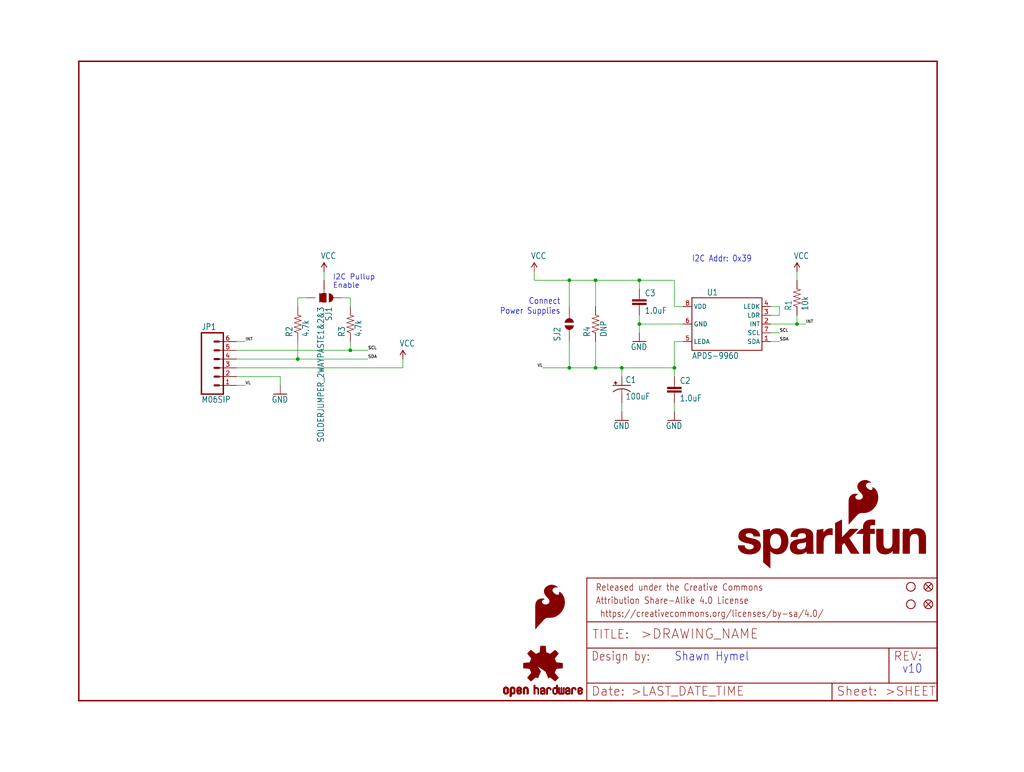
<source format=kicad_sch>
(kicad_sch (version 20211123) (generator eeschema)
  (paper "User" 297.002 223.926)
  (lib_symbols
    (symbol "schematicEagle-eagle-import:1.0UF-16V-10%(0603)"
      (property "Reference" "C" (at 1.524 2.921 0))
      (property "Value" "1.0UF-16V-10%(0603)" (at 1.524 -2.159 0))
      (symbol "1.0UF-16V-10%(0603)_1_0"
        (pin passive line (at 0 5.08 270) (length 2.54) (name "1") (number "1"))
        (pin passive line (at 0 -2.54 90) (length 2.54) (name "2") (number "2"))
      )
    )
    (symbol "schematicEagle-eagle-import:100UF-10V-10%(TANT)"
      (property "Reference" "C" (at 1.016 0.635 0))
      (property "Value" "100UF-10V-10%(TANT)" (at 1.016 -4.191 0))
      (symbol "100UF-10V-10%(TANT)_1_0"
        (pin passive line (at 0 2.54 270) (length 2.54) (name "+") (number "A"))
        (pin passive line (at 0 -5.08 90) (length 2.54) (name "-") (number "C"))
      )
    )
    (symbol "schematicEagle-eagle-import:10KOHM1{slash}10W1%(0603)0603"
      (property "Reference" "R" (at -3.81 1.4986 0))
      (property "Value" "10KOHM1{slash}10W1%(0603)0603" (at -3.81 -3.302 0))
      (symbol "10KOHM1{slash}10W1%(0603)0603_1_0"
        (pin passive line (at -5.08 0 0) (length 2.54) (name "1") (number "1"))
        (pin passive line (at 5.08 0 180) (length 2.54) (name "2") (number "2"))
      )
    )
    (symbol "schematicEagle-eagle-import:4.7KOHM1{slash}10W1%(0603)"
      (property "Reference" "R" (at -3.81 1.4986 0))
      (property "Value" "4.7KOHM1{slash}10W1%(0603)" (at -3.81 -3.302 0))
      (symbol "4.7KOHM1{slash}10W1%(0603)_1_0"
        (pin passive line (at -5.08 0 0) (length 2.54) (name "1") (number "1"))
        (pin passive line (at 5.08 0 180) (length 2.54) (name "2") (number "2"))
      )
    )
    (symbol "schematicEagle-eagle-import:APDS-9960"
      (property "Reference" "U" (at -2.54 10.16 0))
      (property "Value" "APDS-9960" (at -10.16 -10.16 0))
      (symbol "APDS-9960_1_0"
        (pin bidirectional line (at 12.7 -5.08 180) (length 2.54) (name "SDA") (number "1"))
        (pin bidirectional line (at 12.7 0 180) (length 2.54) (name "INT") (number "2"))
        (pin bidirectional line (at 12.7 2.54 180) (length 2.54) (name "LDR") (number "3"))
        (pin bidirectional line (at 12.7 5.08 180) (length 2.54) (name "LEDK") (number "4"))
        (pin bidirectional line (at -12.7 -5.08 0) (length 2.54) (name "LEDA") (number "5"))
        (pin bidirectional line (at -12.7 0 0) (length 2.54) (name "GND") (number "6"))
        (pin bidirectional line (at 12.7 -2.54 180) (length 2.54) (name "SCL") (number "7"))
        (pin bidirectional line (at -12.7 5.08 0) (length 2.54) (name "VDD") (number "8"))
      )
    )
    (symbol "schematicEagle-eagle-import:FIDUCIAL1X2")
    (symbol "schematicEagle-eagle-import:FRAME-LETTER"
      (symbol "FRAME-LETTER_2_0"
        (text " https://creativecommons.org/licenses/by-sa/4.0/" (at 2.54 24.13 0) (effects (font (size 1.9304 1.6408)) (justify left bottom)))
        (text ">DRAWING_NAME" (at 15.494 17.78 0) (effects (font (size 2.7432 2.7432)) (justify left bottom)))
        (text ">LAST_DATE_TIME" (at 12.7 1.27 0) (effects (font (size 2.54 2.54)) (justify left bottom)))
        (text ">SHEET" (at 86.36 1.27 0) (effects (font (size 2.54 2.54)) (justify left bottom)))
        (text "Attribution Share-Alike 4.0 License" (at 2.54 27.94 0) (effects (font (size 1.9304 1.6408)) (justify left bottom)))
        (text "Date:" (at 1.27 1.27 0) (effects (font (size 2.54 2.54)) (justify left bottom)))
        (text "Design by:" (at 1.27 11.43 0) (effects (font (size 2.54 2.159)) (justify left bottom)))
        (text "Released under the Creative Commons" (at 2.54 31.75 0) (effects (font (size 1.9304 1.6408)) (justify left bottom)))
        (text "REV:" (at 88.9 11.43 0) (effects (font (size 2.54 2.54)) (justify left bottom)))
        (text "Sheet:" (at 72.39 1.27 0) (effects (font (size 2.54 2.54)) (justify left bottom)))
        (text "TITLE:" (at 1.524 17.78 0) (effects (font (size 2.54 2.54)) (justify left bottom)))
      )
    )
    (symbol "schematicEagle-eagle-import:GND" (power)
      (property "Value" "GND" (at -2.54 -2.54 0))
      (symbol "GND_1_0"
        (pin power_in line (at 0 2.54 270) (length 2.54) (name "GND") (number "1"))
      )
    )
    (symbol "schematicEagle-eagle-import:M06SIP"
      (property "Reference" "JP" (at -5.08 10.922 0))
      (property "Value" "M06SIP" (at -5.08 -10.16 0))
      (symbol "M06SIP_1_0"
        (pin passive line (at 5.08 -5.08 180) (length 5.08) (name "1") (number "1"))
        (pin passive line (at 5.08 -2.54 180) (length 5.08) (name "2") (number "2"))
        (pin passive line (at 5.08 0 180) (length 5.08) (name "3") (number "3"))
        (pin passive line (at 5.08 2.54 180) (length 5.08) (name "4") (number "4"))
        (pin passive line (at 5.08 5.08 180) (length 5.08) (name "5") (number "5"))
        (pin passive line (at 5.08 7.62 180) (length 5.08) (name "6") (number "6"))
      )
    )
    (symbol "schematicEagle-eagle-import:OSHW-LOGOS")
    (symbol "schematicEagle-eagle-import:RESISTOR0603"
      (property "Reference" "R" (at -3.81 1.4986 0))
      (property "Value" "RESISTOR0603" (at -3.81 -3.302 0))
      (symbol "RESISTOR0603_1_0"
        (pin passive line (at -5.08 0 0) (length 2.54) (name "1") (number "1"))
        (pin passive line (at 5.08 0 180) (length 2.54) (name "2") (number "2"))
      )
    )
    (symbol "schematicEagle-eagle-import:SFE_LOGO_FLAME.1_INCH")
    (symbol "schematicEagle-eagle-import:SFE_LOGO_NAME_FLAME.1_INCH")
    (symbol "schematicEagle-eagle-import:SOLDERJUMPERNC"
      (property "Reference" "SJ" (at -2.54 2.54 0))
      (property "Value" "SOLDERJUMPERNC" (at -2.54 -5.08 0))
      (symbol "SOLDERJUMPERNC_1_0"
        (pin passive line (at -5.08 0 0) (length 2.54) (name "1") (number "1"))
        (pin passive line (at 5.08 0 180) (length 2.54) (name "2") (number "2"))
      )
    )
    (symbol "schematicEagle-eagle-import:SOLDERJUMPER_2WAYPASTE1&2&3"
      (property "Reference" "SJ" (at 2.54 0.381 0))
      (property "Value" "SOLDERJUMPER_2WAYPASTE1&2&3" (at 2.54 -1.905 0))
      (symbol "SOLDERJUMPER_2WAYPASTE1&2&3_1_0"
        (pin passive line (at 0 5.08 270) (length 2.54) (name "1") (number "1"))
        (pin passive line (at -5.08 0 0) (length 2.54) (name "2") (number "2"))
        (pin passive line (at 0 -5.08 90) (length 2.54) (name "3") (number "3"))
      )
    )
    (symbol "schematicEagle-eagle-import:STAND-OFF")
    (symbol "schematicEagle-eagle-import:VCC" (power)
      (property "Value" "VCC" (at -1.016 3.556 0))
      (symbol "VCC_1_0"
        (pin power_in line (at 0 0 90) (length 2.54) (name "VCC") (number "1"))
      )
    )
  )
  (junction (at 101.6 101.6))
  (junction (at 195.58 106.68))
  (junction (at 86.36 104.14))
  (junction (at 172.72 106.68))
  (junction (at 180.34 106.68))
  (junction (at 231.14 93.98))
  (junction (at 185.42 81.28))
  (junction (at 165.1 81.28))
  (junction (at 172.72 81.28))
  (junction (at 185.42 93.98))
  (junction (at 165.1 106.68))
  (wire (pts (xy 68.58 111.76) (xy 71.12 111.76)))
  (wire (pts (xy 180.34 106.68) (xy 172.72 106.68)))
  (wire (pts (xy 172.72 106.68) (xy 165.1 106.68)))
  (wire (pts (xy 99.06 86.36) (xy 101.6 86.36)))
  (wire (pts (xy 93.98 78.74) (xy 93.98 81.28)))
  (wire (pts (xy 195.58 119.38) (xy 195.58 116.84)))
  (wire (pts (xy 172.72 81.28) (xy 165.1 81.28)))
  (wire (pts (xy 185.42 91.44) (xy 185.42 93.98)))
  (wire (pts (xy 185.42 83.82) (xy 185.42 81.28)))
  (wire (pts (xy 195.58 106.68) (xy 195.58 109.22)))
  (wire (pts (xy 116.84 106.68) (xy 116.84 104.14)))
  (wire (pts (xy 198.12 99.06) (xy 195.58 99.06)))
  (wire (pts (xy 226.06 88.9) (xy 226.06 91.44)))
  (wire (pts (xy 68.58 104.14) (xy 86.36 104.14)))
  (wire (pts (xy 231.14 93.98) (xy 233.68 93.98)))
  (wire (pts (xy 68.58 109.22) (xy 81.28 109.22)))
  (wire (pts (xy 195.58 99.06) (xy 195.58 106.68)))
  (wire (pts (xy 195.58 88.9) (xy 195.58 81.28)))
  (wire (pts (xy 185.42 93.98) (xy 185.42 96.52)))
  (wire (pts (xy 165.1 106.68) (xy 157.48 106.68)))
  (wire (pts (xy 223.52 88.9) (xy 226.06 88.9)))
  (wire (pts (xy 226.06 91.44) (xy 223.52 91.44)))
  (wire (pts (xy 165.1 99.06) (xy 165.1 106.68)))
  (wire (pts (xy 172.72 99.06) (xy 172.72 106.68)))
  (wire (pts (xy 231.14 78.74) (xy 231.14 81.28)))
  (wire (pts (xy 81.28 109.22) (xy 81.28 111.76)))
  (wire (pts (xy 180.34 109.22) (xy 180.34 106.68)))
  (wire (pts (xy 86.36 99.06) (xy 86.36 104.14)))
  (wire (pts (xy 101.6 99.06) (xy 101.6 101.6)))
  (wire (pts (xy 198.12 88.9) (xy 195.58 88.9)))
  (wire (pts (xy 195.58 106.68) (xy 180.34 106.68)))
  (wire (pts (xy 223.52 99.06) (xy 226.06 99.06)))
  (wire (pts (xy 165.1 81.28) (xy 154.94 81.28)))
  (wire (pts (xy 101.6 86.36) (xy 101.6 88.9)))
  (wire (pts (xy 223.52 96.52) (xy 226.06 96.52)))
  (wire (pts (xy 101.6 101.6) (xy 106.68 101.6)))
  (wire (pts (xy 185.42 93.98) (xy 198.12 93.98)))
  (wire (pts (xy 172.72 81.28) (xy 172.72 88.9)))
  (wire (pts (xy 180.34 116.84) (xy 180.34 119.38)))
  (wire (pts (xy 68.58 99.06) (xy 71.12 99.06)))
  (wire (pts (xy 86.36 86.36) (xy 86.36 88.9)))
  (wire (pts (xy 154.94 81.28) (xy 154.94 78.74)))
  (wire (pts (xy 86.36 104.14) (xy 106.68 104.14)))
  (wire (pts (xy 68.58 106.68) (xy 116.84 106.68)))
  (wire (pts (xy 68.58 101.6) (xy 101.6 101.6)))
  (wire (pts (xy 231.14 91.44) (xy 231.14 93.98)))
  (wire (pts (xy 165.1 81.28) (xy 165.1 88.9)))
  (wire (pts (xy 88.9 86.36) (xy 86.36 86.36)))
  (wire (pts (xy 185.42 81.28) (xy 172.72 81.28)))
  (wire (pts (xy 223.52 93.98) (xy 231.14 93.98)))
  (wire (pts (xy 195.58 81.28) (xy 185.42 81.28)))
  (text "Shawn Hymel" (at 195.58 190.5 180) (effects (font (size 2.54 2.159)) (justify left)))
  (text "I2C Pullup\nEnable" (at 96.52 83.82 180) (effects (font (size 1.524 1.524)) (justify left bottom)))
  (text "v10" (at 261.62 195.58 180) (effects (font (size 2.54 2.159)) (justify left bottom)))
  (text "I2C Addr: 0x39" (at 200.66 76.2 180) (effects (font (size 1.778 1.5113)) (justify left bottom)))
  (text "Connect\nPower Supplies" (at 162.56 88.9 180) (effects (font (size 1.778 1.5113)) (justify right)))
  (label "SDA" (at 226.06 99.06 0) (effects (font (size 0.889 0.889))))
  (label "SCL" (at 106.68 101.6 0) (effects (font (size 0.889 0.889))))
  (label "VL" (at 157.48 106.68 180) (effects (font (size 0.889 0.889))))
  (label "INT" (at 233.68 93.98 0) (effects (font (size 0.889 0.889))))
  (label "VL" (at 71.12 111.76 0) (effects (font (size 0.889 0.889))))
  (label "INT" (at 71.12 99.06 0) (effects (font (size 0.889 0.889))))
  (label "SDA" (at 106.68 104.14 0) (effects (font (size 0.889 0.889))))
  (label "SCL" (at 226.06 96.52 0) (effects (font (size 0.889 0.889))))
  (symbol (lib_id "schematicEagle-eagle-import:1.0UF-16V-10%(0603)") (at 185.42 88.9 0) (unit 1)
    (property "Reference" "C3" (at 186.944 85.979 0) (effects (font (size 1.778 1.5113)) (justify left bottom)))
    (property "Value" "1.0uF" (at 186.944 91.059 0) (effects (font (size 1.778 1.5113)) (justify left bottom)))
    (property "Footprint" "schematicEagle:0603-CAP" (effects hide))
  )
  (symbol (lib_id "schematicEagle-eagle-import:4.7KOHM1{slash}10W1%(0603)") (at 86.36 93.98 90) (unit 1)
    (property "Reference" "R2" (at 84.8614 97.79 0) (effects (font (size 1.778 1.5113)) (justify left bottom)))
    (property "Value" "4.7k" (at 89.662 97.79 0) (effects (font (size 1.778 1.5113)) (justify left bottom)))
    (property "Footprint" "schematicEagle:0603" (effects hide))
  )
  (symbol (lib_id "schematicEagle-eagle-import:STAND-OFF") (at 264.16 170.18 0) (unit 1)
    (property "Reference" "STANDOFF1" (effects hide))
    (property "Value" "STAND-OFF" (effects hide))
    (property "Footprint" "schematicEagle:STAND-OFF" (effects hide))
  )
  (symbol (lib_id "schematicEagle-eagle-import:FRAME-LETTER") (at 170.18 203.2 0) (unit 2)
    (property "Reference" "FRAME1" (effects hide))
    (property "Value" "FRAME-LETTER" (effects hide))
    (property "Footprint" "schematicEagle:CREATIVE_COMMONS" (effects hide))
  )
  (symbol (lib_id "schematicEagle-eagle-import:FRAME-LETTER") (at 22.86 203.2 0) (unit 1)
    (property "Reference" "FRAME1" (effects hide))
    (property "Value" "FRAME-LETTER" (effects hide))
    (property "Footprint" "schematicEagle:CREATIVE_COMMONS" (effects hide))
  )
  (symbol (lib_id "schematicEagle-eagle-import:FIDUCIAL1X2") (at 269.24 175.26 0) (unit 1)
    (property "Reference" "FID2" (effects hide))
    (property "Value" "FIDUCIAL1X2" (effects hide))
    (property "Footprint" "schematicEagle:FIDUCIAL-1X2" (effects hide))
  )
  (symbol (lib_id "schematicEagle-eagle-import:FIDUCIAL1X2") (at 269.24 170.18 0) (unit 1)
    (property "Reference" "FID1" (effects hide))
    (property "Value" "FIDUCIAL1X2" (effects hide))
    (property "Footprint" "schematicEagle:FIDUCIAL-1X2" (effects hide))
  )
  (symbol (lib_id "schematicEagle-eagle-import:SOLDERJUMPER_2WAYPASTE1&2&3") (at 93.98 86.36 270) (unit 1)
    (property "Reference" "SJ1" (at 94.361 88.9 0) (effects (font (size 1.778 1.5113)) (justify left bottom)))
    (property "Value" "SOLDERJUMPER_2WAYPASTE1&2&3" (at 92.075 88.9 0) (effects (font (size 1.778 1.5113)) (justify left bottom)))
    (property "Footprint" "schematicEagle:SJ_3_PASTE1&2&3" (effects hide))
  )
  (symbol (lib_id "schematicEagle-eagle-import:STAND-OFF") (at 264.16 175.26 0) (unit 1)
    (property "Reference" "STANDOFF2" (effects hide))
    (property "Value" "STAND-OFF" (effects hide))
    (property "Footprint" "schematicEagle:STAND-OFF" (effects hide))
  )
  (symbol (lib_id "schematicEagle-eagle-import:4.7KOHM1{slash}10W1%(0603)") (at 101.6 93.98 90) (unit 1)
    (property "Reference" "R3" (at 100.1014 97.79 0) (effects (font (size 1.778 1.5113)) (justify left bottom)))
    (property "Value" "4.7k" (at 104.902 97.79 0) (effects (font (size 1.778 1.5113)) (justify left bottom)))
    (property "Footprint" "schematicEagle:0603" (effects hide))
  )
  (symbol (lib_id "schematicEagle-eagle-import:10KOHM1{slash}10W1%(0603)0603") (at 231.14 86.36 90) (unit 1)
    (property "Reference" "R1" (at 229.6414 90.17 0) (effects (font (size 1.778 1.5113)) (justify left bottom)))
    (property "Value" "10k" (at 234.442 90.17 0) (effects (font (size 1.778 1.5113)) (justify left bottom)))
    (property "Footprint" "schematicEagle:0603-RES" (effects hide))
  )
  (symbol (lib_id "schematicEagle-eagle-import:GND") (at 185.42 99.06 0) (unit 1)
    (property "Reference" "#GND2" (effects hide))
    (property "Value" "GND" (at 182.88 101.6 0) (effects (font (size 1.778 1.5113)) (justify left bottom)))
    (property "Footprint" "schematicEagle:" (effects hide))
  )
  (symbol (lib_id "schematicEagle-eagle-import:OSHW-LOGOS") (at 157.48 193.04 0) (unit 1)
    (property "Reference" "LOGO2" (effects hide))
    (property "Value" "OSHW-LOGOS" (effects hide))
    (property "Footprint" "schematicEagle:OSHW-LOGO-S" (effects hide))
  )
  (symbol (lib_id "schematicEagle-eagle-import:GND") (at 180.34 121.92 0) (unit 1)
    (property "Reference" "#GND4" (effects hide))
    (property "Value" "GND" (at 177.8 124.46 0) (effects (font (size 1.778 1.5113)) (justify left bottom)))
    (property "Footprint" "schematicEagle:" (effects hide))
  )
  (symbol (lib_id "schematicEagle-eagle-import:VCC") (at 154.94 78.74 0) (unit 1)
    (property "Reference" "#SUPPLY4" (effects hide))
    (property "Value" "VCC" (at 153.924 75.184 0) (effects (font (size 1.778 1.5113)) (justify left bottom)))
    (property "Footprint" "schematicEagle:" (effects hide))
  )
  (symbol (lib_id "schematicEagle-eagle-import:VCC") (at 231.14 78.74 0) (unit 1)
    (property "Reference" "#SUPPLY3" (effects hide))
    (property "Value" "VCC" (at 230.124 75.184 0) (effects (font (size 1.778 1.5113)) (justify left bottom)))
    (property "Footprint" "schematicEagle:" (effects hide))
  )
  (symbol (lib_id "schematicEagle-eagle-import:SFE_LOGO_FLAME.1_INCH") (at 154.94 182.88 0) (unit 1)
    (property "Reference" "LOGO1" (effects hide))
    (property "Value" "SFE_LOGO_FLAME.1_INCH" (effects hide))
    (property "Footprint" "schematicEagle:SFE_LOGO_FLAME_.1" (effects hide))
  )
  (symbol (lib_id "schematicEagle-eagle-import:SFE_LOGO_NAME_FLAME.1_INCH") (at 213.36 165.1 0) (unit 1)
    (property "Reference" "U$1" (effects hide))
    (property "Value" "SFE_LOGO_NAME_FLAME.1_INCH" (effects hide))
    (property "Footprint" "schematicEagle:SFE_LOGO_NAME_FLAME_.1" (effects hide))
  )
  (symbol (lib_id "schematicEagle-eagle-import:VCC") (at 93.98 78.74 0) (unit 1)
    (property "Reference" "#SUPPLY2" (effects hide))
    (property "Value" "VCC" (at 92.964 75.184 0) (effects (font (size 1.778 1.5113)) (justify left bottom)))
    (property "Footprint" "schematicEagle:" (effects hide))
  )
  (symbol (lib_id "schematicEagle-eagle-import:RESISTOR0603") (at 172.72 93.98 90) (unit 1)
    (property "Reference" "R4" (at 171.2214 97.79 0) (effects (font (size 1.778 1.5113)) (justify left bottom)))
    (property "Value" "DNP" (at 176.022 97.79 0) (effects (font (size 1.778 1.5113)) (justify left bottom)))
    (property "Footprint" "schematicEagle:0603-RES" (effects hide))
  )
  (symbol (lib_id "schematicEagle-eagle-import:VCC") (at 116.84 104.14 0) (unit 1)
    (property "Reference" "#SUPPLY1" (effects hide))
    (property "Value" "VCC" (at 115.824 100.584 0) (effects (font (size 1.778 1.5113)) (justify left bottom)))
    (property "Footprint" "schematicEagle:" (effects hide))
  )
  (symbol (lib_id "schematicEagle-eagle-import:100UF-10V-10%(TANT)") (at 180.34 111.76 0) (unit 1)
    (property "Reference" "C1" (at 181.356 111.125 0) (effects (font (size 1.778 1.5113)) (justify left bottom)))
    (property "Value" "100uF" (at 181.356 115.951 0) (effects (font (size 1.778 1.5113)) (justify left bottom)))
    (property "Footprint" "schematicEagle:EIA7343" (effects hide))
  )
  (symbol (lib_id "schematicEagle-eagle-import:GND") (at 81.28 114.3 0) (unit 1)
    (property "Reference" "#GND1" (effects hide))
    (property "Value" "GND" (at 78.74 116.84 0) (effects (font (size 1.778 1.5113)) (justify left bottom)))
    (property "Footprint" "schematicEagle:" (effects hide))
  )
  (symbol (lib_id "schematicEagle-eagle-import:1.0UF-16V-10%(0603)") (at 195.58 114.3 0) (unit 1)
    (property "Reference" "C2" (at 197.104 111.379 0) (effects (font (size 1.778 1.5113)) (justify left bottom)))
    (property "Value" "1.0uF" (at 197.104 116.459 0) (effects (font (size 1.778 1.5113)) (justify left bottom)))
    (property "Footprint" "schematicEagle:0603-CAP" (effects hide))
  )
  (symbol (lib_id "schematicEagle-eagle-import:APDS-9960") (at 210.82 93.98 0) (unit 1)
    (property "Reference" "U1" (at 208.28 83.82 0) (effects (font (size 1.778 1.5113)) (justify right top)))
    (property "Value" "APDS-9960" (at 200.66 104.14 0) (effects (font (size 1.778 1.5113)) (justify left bottom)))
    (property "Footprint" "schematicEagle:APDS-9960" (effects hide))
  )
  (symbol (lib_id "schematicEagle-eagle-import:SOLDERJUMPERNC") (at 165.1 93.98 90) (unit 1)
    (property "Reference" "SJ2" (at 162.56 99.06 0) (effects (font (size 1.778 1.5113)) (justify left bottom)))
    (property "Value" "SOLDERJUMPERNC" (effects hide))
    (property "Footprint" "schematicEagle:SJ_2S" (effects hide))
  )
  (symbol (lib_id "schematicEagle-eagle-import:M06SIP") (at 63.5 106.68 0) (unit 1)
    (property "Reference" "JP1" (at 58.42 95.758 0) (effects (font (size 1.778 1.5113)) (justify left bottom)))
    (property "Value" "M06SIP" (at 58.42 116.84 0) (effects (font (size 1.778 1.5113)) (justify left bottom)))
    (property "Footprint" "schematicEagle:1X06" (effects hide))
  )
  (symbol (lib_id "schematicEagle-eagle-import:GND") (at 195.58 121.92 0) (unit 1)
    (property "Reference" "#GND3" (effects hide))
    (property "Value" "GND" (at 193.04 124.46 0) (effects (font (size 1.778 1.5113)) (justify left bottom)))
    (property "Footprint" "schematicEagle:" (effects hide))
  )
)
</source>
